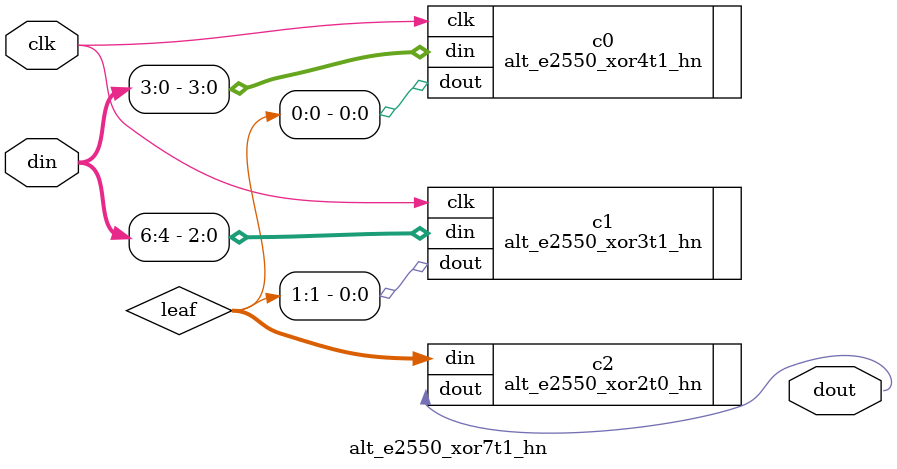
<source format=sv>




`timescale 1ps/1ps

// DESCRIPTION
// 7 input XOR gate.  Latency 1.
// Generated by one of Gregg's toys.   Share And Enjoy.

module alt_e2550_xor7t1_hn #(
//    parameter SIM_EMULATE = 1'b0
) (
    input clk,
    input [6:0] din,
    output dout
);

wire [1:0] leaf;

alt_e2550_xor4t1_hn c0 (
    .clk(clk),
    .din(din[3:0]),
    .dout(leaf[0])
);
//defparam c0 .SIM_EMULATE = SIM_EMULATE;

alt_e2550_xor3t1_hn c1 (
    .clk(clk),
    .din(din[6:4]),
    .dout(leaf[1])
);
//defparam c1 .SIM_EMULATE = SIM_EMULATE;

alt_e2550_xor2t0_hn c2 (
    .din(leaf),
    .dout(dout)
);
//defparam c2 .SIM_EMULATE = SIM_EMULATE;

endmodule


</source>
